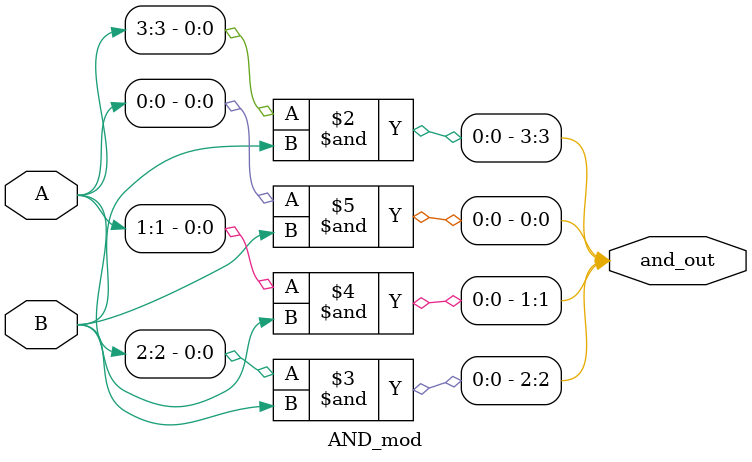
<source format=v>
`timescale 1ns / 1ps

module AND_mod( input [3:0] A, 
                input B,
                output reg [3:0] and_out );
                
always @ (*)
begin 

    and_out[3] = A[3] & B;
    and_out[2] = A[2] & B;
    and_out[1] = A[1] & B;
    and_out[0] = A[0] & B;

end               
endmodule

</source>
